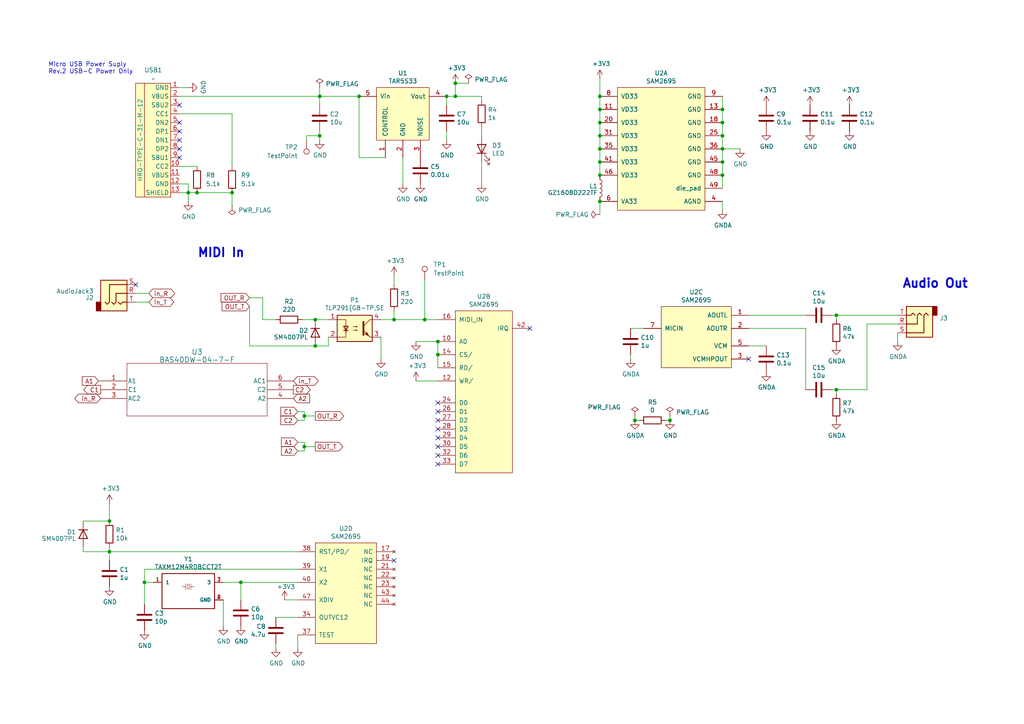
<source format=kicad_sch>
(kicad_sch (version 20231120) (generator "eeschema") (generator_version "8.0")
  (paper "A4")
  (title_block (title "MIDI-Guy") (date "2024-06-21") (rev "2.1") (company "Kinoshita Laboratory") (comment 1 "Kazuki Saita"))
  (lib_symbols
    (symbol "BAS70DW-04:BAS70DW-04-7-F" (pin_names (offset 0.254))
      (property "Reference" "U" (at 27.94 10.16 0))
      (property "Value" "BAS70DW-04-7-F" (at 27.94 7.62 0))
      (symbol "BAS70DW-04-7-F_0_1"
        (polyline (pts (xy 7.62 -10.16) (xy 48.26 -10.16)) (stroke (width 0.127)))
        (polyline (pts (xy 7.62 5.08) (xy 7.62 -10.16)) (stroke (width 0.127)))
        (polyline (pts (xy 48.26 -10.16) (xy 48.26 5.08)) (stroke (width 0.127)))
        (polyline (pts (xy 48.26 5.08) (xy 7.62 5.08)) (stroke (width 0.127)))
        (pin unspecified line (at 0 0 0) (length 7.62) (name "A1") (number "1"))
        (pin unspecified line (at 0 -2.54 0) (length 7.62) (name "C1") (number "2"))
        (pin unspecified line (at 0 -5.08 0) (length 7.62) (name "AC2") (number "3"))
        (pin unspecified line (at 55.88 -5.08 180) (length 7.62) (name "A2") (number "4"))
        (pin unspecified line (at 55.88 -2.54 180) (length 7.62) (name "C2") (number "5"))
        (pin unspecified line (at 55.88 0 180) (length 7.62) (name "AC1") (number "6"))
      )
    )
    (symbol "Connector:AudioJack3"
      (property "Reference" "J" (at 0 8.89 0))
      (property "Value" "AudioJack3" (at 0 6.35 0))
      (symbol "AudioJack3_0_1"
        (rectangle (start -5.08 -5.08) (end -6.35 -2.54) (stroke (width 0.254)) (fill (type outline)))
        (polyline (pts (xy 0 -2.54) (xy 0.635 -3.175) (xy 1.27 -2.54) (xy 2.54 -2.54)) (stroke (width 0.254)))
        (polyline (pts (xy -1.905 -2.54) (xy -1.27 -3.175) (xy -0.635 -2.54) (xy -0.635 0) (xy 2.54 0)) (stroke (width 0.254)))
        (polyline (pts (xy 2.54 2.54) (xy -2.54 2.54) (xy -2.54 -2.54) (xy -3.175 -3.175) (xy -3.81 -2.54)) (stroke (width 0.254)))
        (rectangle (start 2.54 3.81) (end -5.08 -5.08) (stroke (width 0.254)) (fill (type background)))
      )
      (symbol "AudioJack3_1_1"
        (pin passive line (at 5.08 0 180) (length 2.54) (name "~") (number "R"))
        (pin passive line (at 5.08 2.54 180) (length 2.54) (name "~") (number "S"))
        (pin passive line (at 5.08 -2.54 180) (length 2.54) (name "~") (number "T"))
      )
    )
    (symbol "Connector:TestPoint" (pin_numbers hide) (pin_names (offset 0.762) hide)
      (property "Reference" "TP" (at 0 6.858 0))
      (property "Value" "TestPoint" (at 0 5.08 0))
      (symbol "TestPoint_0_1"
        (circle (center 0 3.302) (radius 0.762))
      )
      (symbol "TestPoint_1_1"
        (pin passive line (at 0 0 90) (length 2.54) (name "1") (number "1"))
      )
    )
    (symbol "Connector_Audio:AudioJack3"
      (property "Reference" "J" (at 0 8.89 0))
      (property "Value" "AudioJack3" (at 0 6.35 0))
      (symbol "AudioJack3_0_1"
        (rectangle (start -5.08 -5.08) (end -6.35 -2.54) (stroke (width 0.254)) (fill (type outline)))
        (polyline (pts (xy 0 -2.54) (xy 0.635 -3.175) (xy 1.27 -2.54) (xy 2.54 -2.54)) (stroke (width 0.254)))
        (polyline (pts (xy -1.905 -2.54) (xy -1.27 -3.175) (xy -0.635 -2.54) (xy -0.635 0) (xy 2.54 0)) (stroke (width 0.254)))
        (polyline (pts (xy 2.54 2.54) (xy -2.54 2.54) (xy -2.54 -2.54) (xy -3.175 -3.175) (xy -3.81 -2.54)) (stroke (width 0.254)))
        (rectangle (start 2.54 3.81) (end -5.08 -5.08) (stroke (width 0.254)) (fill (type background)))
      )
      (symbol "AudioJack3_1_1"
        (pin passive line (at 5.08 0 180) (length 2.54) (name "~") (number "R"))
        (pin passive line (at 5.08 2.54 180) (length 2.54) (name "~") (number "S"))
        (pin passive line (at 5.08 -2.54 180) (length 2.54) (name "~") (number "T"))
      )
    )
    (symbol "Device:C" (pin_numbers hide) (pin_names (offset 0.254))
      (property "Reference" "C" (at 0.635 2.54 0))
      (property "Value" "C" (at 0.635 -2.54 0))
      (symbol "C_0_1"
        (polyline (pts (xy -2.032 -0.762) (xy 2.032 -0.762)) (stroke (width 0.508)))
        (polyline (pts (xy -2.032 0.762) (xy 2.032 0.762)) (stroke (width 0.508)))
      )
      (symbol "C_1_1"
        (pin passive line (at 0 3.81 270) (length 2.794) (name "~") (number "1"))
        (pin passive line (at 0 -3.81 90) (length 2.794) (name "~") (number "2"))
      )
    )
    (symbol "Device:D" (pin_numbers hide) (pin_names (offset 1.016) hide)
      (property "Reference" "D" (at 0 2.54 0))
      (property "Value" "D" (at 0 -2.54 0))
      (symbol "D_0_1"
        (polyline (pts (xy -1.27 1.27) (xy -1.27 -1.27)) (stroke (width 0.254)))
        (polyline (pts (xy 1.27 0) (xy -1.27 0)))
        (polyline (pts (xy 1.27 1.27) (xy 1.27 -1.27) (xy -1.27 0) (xy 1.27 1.27)) (stroke (width 0.254)))
      )
      (symbol "D_1_1"
        (pin passive line (at -3.81 0 0) (length 2.54) (name "K") (number "1"))
        (pin passive line (at 3.81 0 180) (length 2.54) (name "A") (number "2"))
      )
    )
    (symbol "Device:L" (pin_numbers hide) (pin_names (offset 1.016) hide)
      (property "Reference" "L" (at -1.27 0 90))
      (property "Value" "L" (at 1.905 0 90))
      (symbol "L_0_1"
        (arc (start 0 -2.54) (mid 0.6323 -1.905) (end 0 -1.27))
        (arc (start 0 -1.27) (mid 0.6323 -0.635) (end 0 0))
        (arc (start 0 0) (mid 0.6323 0.635) (end 0 1.27))
        (arc (start 0 1.27) (mid 0.6323 1.905) (end 0 2.54))
      )
      (symbol "L_1_1"
        (pin passive line (at 0 3.81 270) (length 1.27) (name "1") (number "1"))
        (pin passive line (at 0 -3.81 90) (length 1.27) (name "2") (number "2"))
      )
    )
    (symbol "Device:LED" (pin_numbers hide) (pin_names (offset 1.016) hide)
      (property "Reference" "D" (at 0 2.54 0))
      (property "Value" "LED" (at 0 -2.54 0))
      (symbol "LED_0_1"
        (polyline (pts (xy -1.27 -1.27) (xy -1.27 1.27)) (stroke (width 0.254)))
        (polyline (pts (xy -1.27 0) (xy 1.27 0)))
        (polyline (pts (xy 1.27 -1.27) (xy 1.27 1.27) (xy -1.27 0) (xy 1.27 -1.27)) (stroke (width 0.254)))
        (polyline (pts (xy -3.048 -0.762) (xy -4.572 -2.286) (xy -3.81 -2.286) (xy -4.572 -2.286) (xy -4.572 -1.524)))
        (polyline (pts (xy -1.778 -0.762) (xy -3.302 -2.286) (xy -2.54 -2.286) (xy -3.302 -2.286) (xy -3.302 -1.524)))
      )
      (symbol "LED_1_1"
        (pin passive line (at -3.81 0 0) (length 2.54) (name "K") (number "1"))
        (pin passive line (at 3.81 0 180) (length 2.54) (name "A") (number "2"))
      )
    )
    (symbol "Device:R" (pin_numbers hide) (pin_names (offset 0))
      (property "Reference" "R" (at 2.032 0 90))
      (property "Value" "R" (at 0 0 90))
      (symbol "R_0_1"
        (rectangle (start -1.016 -2.54) (end 1.016 2.54) (stroke (width 0.254)))
      )
      (symbol "R_1_1"
        (pin passive line (at 0 3.81 270) (length 1.27) (name "~") (number "1"))
        (pin passive line (at 0 -3.81 90) (length 1.27) (name "~") (number "2"))
      )
    )
    (symbol "Isolator:SFH617A-1" (pin_names (offset 1.016))
      (property "Reference" "U" (at -5.08 5.08 0))
      (property "Value" "SFH617A-1" (at 0 5.08 0))
      (symbol "SFH617A-1_0_1"
        (rectangle (start -5.08 3.81) (end 5.08 -3.81) (stroke (width 0.254)) (fill (type background)))
        (polyline (pts (xy -3.175 -0.635) (xy -1.905 -0.635)) (stroke (width 0.254)))
        (polyline (pts (xy 2.54 0.635) (xy 4.445 2.54)))
        (polyline (pts (xy 4.445 -2.54) (xy 2.54 -0.635)) (fill (type outline)))
        (polyline (pts (xy 4.445 -2.54) (xy 5.08 -2.54)))
        (polyline (pts (xy 4.445 2.54) (xy 5.08 2.54)))
        (polyline (pts (xy -2.54 -0.635) (xy -2.54 -2.54) (xy -5.08 -2.54)))
        (polyline (pts (xy 2.54 1.905) (xy 2.54 -1.905) (xy 2.54 -1.905)) (stroke (width 0.508)))
        (polyline (pts (xy -5.08 2.54) (xy -2.54 2.54) (xy -2.54 -1.27) (xy -2.54 0.635)))
        (polyline (pts (xy -2.54 -0.635) (xy -3.175 0.635) (xy -1.905 0.635) (xy -2.54 -0.635)) (stroke (width 0.254)))
        (polyline (pts (xy -0.508 -0.508) (xy 0.762 -0.508) (xy 0.381 -0.635) (xy 0.381 -0.381) (xy 0.762 -0.508)))
        (polyline (pts (xy -0.508 0.508) (xy 0.762 0.508) (xy 0.381 0.381) (xy 0.381 0.635) (xy 0.762 0.508)))
        (polyline (pts (xy 3.048 -1.651) (xy 3.556 -1.143) (xy 4.064 -2.159) (xy 3.048 -1.651) (xy 3.048 -1.651)) (fill (type outline)))
      )
      (symbol "SFH617A-1_1_1"
        (pin passive line (at -7.62 2.54 0) (length 2.54) (name "~") (number "1"))
        (pin passive line (at -7.62 -2.54 0) (length 2.54) (name "~") (number "2"))
        (pin passive line (at 7.62 -2.54 180) (length 2.54) (name "~") (number "3"))
        (pin passive line (at 7.62 2.54 180) (length 2.54) (name "~") (number "4"))
      )
    )
    (symbol "MIDI-Guy-rescue:ABM8G-12.000MHZ-4Y-T3-ABM8G-12.000MHZ-4Y-T3" (pin_names (offset 1.016))
      (property "Reference" "Y" (at -7.6454 5.6134 0))
      (property "Value" "ABM8G-12.000MHZ-4Y-T3-ABM8G-12.000MHZ-4Y-T3" (at -7.6454 -7.8994 0))
      (symbol "ABM8G-12.000MHZ-4Y-T3-ABM8G-12.000MHZ-4Y-T3_0_0"
        (polyline (pts (xy -7.62 -5.08) (xy 7.62 -5.08)) (stroke (width 0.254)))
        (polyline (pts (xy -7.62 5.08) (xy -7.62 -5.08)) (stroke (width 0.254)))
        (polyline (pts (xy -1.778 1.27) (xy -0.762 1.27)) (stroke (width 0.1016)))
        (polyline (pts (xy -0.762 1.27) (xy -0.762 0.381)) (stroke (width 0.1016)))
        (polyline (pts (xy -0.762 1.27) (xy -0.762 2.159)) (stroke (width 0.1016)))
        (polyline (pts (xy -0.254 0.635) (xy -0.254 1.905)) (stroke (width 0.1016)))
        (polyline (pts (xy -0.254 1.905) (xy 0.254 1.905)) (stroke (width 0.1016)))
        (polyline (pts (xy 0.254 0.635) (xy -0.254 0.635)) (stroke (width 0.1016)))
        (polyline (pts (xy 0.254 1.905) (xy 0.254 0.635)) (stroke (width 0.1016)))
        (polyline (pts (xy 0.762 1.27) (xy 0.762 0.381)) (stroke (width 0.1016)))
        (polyline (pts (xy 0.762 1.27) (xy 0.762 2.159)) (stroke (width 0.1016)))
        (polyline (pts (xy 1.778 1.27) (xy 0.762 1.27)) (stroke (width 0.1016)))
        (polyline (pts (xy 7.62 -5.08) (xy 7.62 5.08)) (stroke (width 0.254)))
        (polyline (pts (xy 7.62 5.08) (xy -7.62 5.08)) (stroke (width 0.254)))
        (pin passive line (at -10.16 2.54 0) (length 2.54) (name "1") (number "1"))
        (pin power_in line (at 10.16 -2.54 180) (length 2.54) (name "GND") (number "2"))
        (pin passive line (at 10.16 2.54 180) (length 2.54) (name "3") (number "3"))
        (pin power_in line (at 10.16 -2.54 180) (length 2.54) (name "GND") (number "4"))
      )
    )
    (symbol "MIDI-Guy-rescue:SAM2695-mylib" (pin_names (offset 1.016))
      (property "Reference" "U" (at -3.81 15.24 0))
      (property "Value" "SAM2695-mylib" (at 0 12.7 0))
      (symbol "SAM2695-mylib_1_1"
        (rectangle (start -12.7 8.89) (end 12.7 -26.67) (fill (type background)))
        (pin power_in line (at -17.78 2.54 0) (length 5.08) (name "VD33") (number "11"))
        (pin power_in line (at 17.78 2.54 180) (length 5.08) (name "GND") (number "13"))
        (pin power_in line (at 17.78 -1.27 180) (length 5.08) (name "GND") (number "18"))
        (pin power_in line (at -17.78 -1.27 0) (length 5.08) (name "VD33") (number "20"))
        (pin power_in line (at 17.78 -5.08 180) (length 5.08) (name "GND") (number "25"))
        (pin power_in line (at -17.78 -5.08 0) (length 5.08) (name "VD33") (number "31"))
        (pin power_in line (at -17.78 -8.89 0) (length 5.08) (name "VD33") (number "35"))
        (pin power_in line (at 17.78 -8.89 180) (length 5.08) (name "GND") (number "36"))
        (pin power_in line (at 17.78 -24.13 180) (length 5.08) (name "AGND") (number "4"))
        (pin power_in line (at -17.78 -12.7 0) (length 5.08) (name "VD33") (number "41"))
        (pin power_in line (at 17.78 -12.7 180) (length 5.08) (name "GND") (number "45"))
        (pin power_in line (at -17.78 -16.51 0) (length 5.08) (name "VD33") (number "46"))
        (pin power_in line (at 17.78 -16.51 180) (length 5.08) (name "GND") (number "48"))
        (pin input line (at 17.78 -20.32 180) (length 5.08) (name "die_pad") (number "49"))
        (pin power_in line (at -17.78 -24.13 0) (length 5.08) (name "VA33") (number "6"))
        (pin power_in line (at -17.78 6.35 0) (length 5.08) (name "VD33") (number "8"))
        (pin power_in line (at 17.78 6.35 180) (length 5.08) (name "GND") (number "9"))
      )
      (symbol "SAM2695-mylib_2_1"
        (rectangle (start -7.62 8.89) (end 8.89 -38.1) (fill (type background)))
        (pin input line (at -12.7 0 0) (length 5.08) (name "A0") (number "10"))
        (pin input line (at -12.7 -11.43 0) (length 5.08) (name "WR/") (number "12"))
        (pin input line (at -12.7 -3.81 0) (length 5.08) (name "CS/") (number "15"))
        (pin input line (at -12.7 -7.62 0) (length 5.08) (name "RD/") (number "15"))
        (pin input line (at -12.7 6.35 0) (length 5.08) (name "MIDI_IN") (number "16"))
        (pin bidirectional line (at -12.7 -17.78 0) (length 5.08) (name "D0") (number "24"))
        (pin bidirectional line (at -12.7 -20.32 0) (length 5.08) (name "D1") (number "26"))
        (pin bidirectional line (at -12.7 -22.86 0) (length 5.08) (name "D2") (number "27"))
        (pin bidirectional line (at -12.7 -25.4 0) (length 5.08) (name "D3") (number "28"))
        (pin bidirectional line (at -12.7 -27.94 0) (length 5.08) (name "D4") (number "29"))
        (pin bidirectional line (at -12.7 -30.48 0) (length 5.08) (name "D5") (number "30"))
        (pin bidirectional line (at -12.7 -33.02 0) (length 5.08) (name "D6") (number "32"))
        (pin bidirectional line (at -12.7 -35.56 0) (length 5.08) (name "D7") (number "33"))
        (pin output line (at 13.97 3.81 180) (length 5.08) (name "IRQ") (number "42"))
      )
      (symbol "SAM2695-mylib_3_1"
        (rectangle (start 10.16 8.89) (end -10.16 -8.89) (fill (type background)))
        (pin output line (at 15.24 6.35 180) (length 5.08) (name "AOUTL") (number "1"))
        (pin output line (at 15.24 2.54 180) (length 5.08) (name "AOUTR") (number "2"))
        (pin output line (at 15.24 -6.35 180) (length 5.08) (name "VCMHPOUT") (number "3"))
        (pin output line (at 15.24 -2.54 180) (length 5.08) (name "VCM") (number "5"))
        (pin input line (at -15.24 2.54 0) (length 5.08) (name "MICIN") (number "7"))
      )
      (symbol "SAM2695-mylib_4_1"
        (rectangle (start -8.89 8.89) (end 8.89 -20.32) (fill (type background)))
        (pin no_connect line (at 13.97 6.35 180) (length 5.08) (name "NC") (number "17"))
        (pin output line (at 13.97 3.81 180) (length 5.08) (name "IRQ") (number "19"))
        (pin no_connect line (at 13.97 1.27 180) (length 5.08) (name "NC") (number "21"))
        (pin no_connect line (at 13.97 -1.27 180) (length 5.08) (name "NC") (number "22"))
        (pin no_connect line (at 13.97 -3.81 180) (length 5.08) (name "NC") (number "23"))
        (pin power_out line (at -13.97 -12.7 0) (length 5.08) (name "OUTVC12") (number "34"))
        (pin input line (at -13.97 -17.78 0) (length 5.08) (name "TEST") (number "37"))
        (pin input line (at -13.97 6.35 0) (length 5.08) (name "RST/PD/") (number "38"))
        (pin unspecified line (at -13.97 1.27 0) (length 5.08) (name "X1") (number "39"))
        (pin unspecified line (at -13.97 -2.54 0) (length 5.08) (name "X2") (number "40"))
        (pin no_connect line (at 13.97 -6.35 180) (length 5.08) (name "NC") (number "43"))
        (pin no_connect line (at 13.97 -8.89 180) (length 5.08) (name "NC") (number "44"))
        (pin input line (at -13.97 -7.62 0) (length 5.08) (name "XDIV") (number "47"))
      )
    )
    (symbol "MIDI-Guy-rescue:TAR5S33-mylib" (pin_names (offset 1.016))
      (property "Reference" "U" (at 0 26.67 0))
      (property "Value" "TAR5S33-mylib" (at 0 24.13 0))
      (symbol "TAR5S33-mylib_0_1"
        (rectangle (start 7.62 6.35) (end -7.62 21.59) (fill (type background)))
      )
      (symbol "TAR5S33-mylib_1_1"
        (pin input line (at -5.08 1.27 90) (length 5.08) (name "CONTROL") (number "1"))
        (pin power_in line (at 0 1.27 90) (length 5.08) (name "GND") (number "2"))
        (pin input line (at 5.08 1.27 90) (length 5.08) (name "NOISE") (number "3"))
        (pin power_in line (at 12.7 19.05 180) (length 5.08) (name "Vout") (number "4"))
        (pin power_in line (at -12.7 19.05 0) (length 5.08) (name "Vin") (number "5"))
      )
    )
    (symbol "Revbox:HRO-TYPE-C-31-M12"
      (property "Reference" "USB1" (at -5.08 17.78 0))
      (property "Value" "~" (at -3.81 7.62 0))
      (symbol "HRO-TYPE-C-31-M12_1_0"
        (text "HRO-TYPE-C-31-M-12" (at -8.89 -1.27 900) (effects (font (size 1.27 1.27))))
      )
      (symbol "HRO-TYPE-C-31-M12_1_1"
        (rectangle (start -10.16 15.24) (end 0 -17.78) (fill (type background)))
        (polyline (pts (xy -7.62 15.24) (xy -7.62 -17.78)))
        (pin power_in line (at 2.54 13.97 180) (length 2.54) (name "GND") (number "1"))
        (pin power_in line (at 2.54 -8.89 180) (length 2.54) (name "CC2") (number "10"))
        (pin power_in line (at 2.54 -11.43 180) (length 2.54) (name "VBUS") (number "11"))
        (pin power_in line (at 2.54 -13.97 180) (length 2.54) (name "GND") (number "12"))
        (pin power_in line (at 2.54 -16.51 180) (length 2.54) (name "SHIELD") (number "13"))
        (pin power_in line (at 2.54 11.43 180) (length 2.54) (name "VBUS") (number "2"))
        (pin power_in line (at 2.54 8.89 180) (length 2.54) (name "SBU2") (number "3"))
        (pin power_in line (at 2.54 6.35 180) (length 2.54) (name "CC1") (number "4"))
        (pin power_in line (at 2.54 3.81 180) (length 2.54) (name "DN2") (number "5"))
        (pin power_in line (at 2.54 1.27 180) (length 2.54) (name "DP1") (number "6"))
        (pin power_in line (at 2.54 -1.27 180) (length 2.54) (name "DN1") (number "7"))
        (pin power_in line (at 2.54 -3.81 180) (length 2.54) (name "DP2") (number "8"))
        (pin power_in line (at 2.54 -6.35 180) (length 2.54) (name "SBU1") (number "9"))
      )
    )
    (symbol "mylib:SAM2695" (pin_names (offset 1.016))
      (property "Reference" "U" (at -3.81 15.24 0))
      (property "Value" "SAM2695" (at 0 12.7 0))
      (symbol "SAM2695_1_1"
        (rectangle (start -12.7 8.89) (end 12.7 -26.67) (fill (type background)))
        (pin power_in line (at -17.78 2.54 0) (length 5.08) (name "VD33") (number "11"))
        (pin power_in line (at 17.78 2.54 180) (length 5.08) (name "GND") (number "13"))
        (pin power_in line (at 17.78 -1.27 180) (length 5.08) (name "GND") (number "18"))
        (pin power_in line (at -17.78 -1.27 0) (length 5.08) (name "VD33") (number "20"))
        (pin power_in line (at 17.78 -5.08 180) (length 5.08) (name "GND") (number "25"))
        (pin power_in line (at -17.78 -5.08 0) (length 5.08) (name "VD33") (number "31"))
        (pin power_in line (at -17.78 -8.89 0) (length 5.08) (name "VD33") (number "35"))
        (pin power_in line (at 17.78 -8.89 180) (length 5.08) (name "GND") (number "36"))
        (pin power_in line (at 17.78 -24.13 180) (length 5.08) (name "AGND") (number "4"))
        (pin power_in line (at -17.78 -12.7 0) (length 5.08) (name "VD33") (number "41"))
        (pin power_in line (at 17.78 -12.7 180) (length 5.08) (name "GND") (number "45"))
        (pin power_in line (at -17.78 -16.51 0) (length 5.08) (name "VD33") (number "46"))
        (pin power_in line (at 17.78 -16.51 180) (length 5.08) (name "GND") (number "48"))
        (pin input line (at 17.78 -20.32 180) (length 5.08) (name "die_pad") (number "49"))
        (pin power_in line (at -17.78 -24.13 0) (length 5.08) (name "VA33") (number "6"))
        (pin power_in line (at -17.78 6.35 0) (length 5.08) (name "VD33") (number "8"))
        (pin power_in line (at 17.78 6.35 180) (length 5.08) (name "GND") (number "9"))
      )
      (symbol "SAM2695_2_1"
        (rectangle (start -7.62 8.89) (end 8.89 -38.1) (fill (type background)))
        (pin input line (at -12.7 0 0) (length 5.08) (name "A0") (number "10"))
        (pin input line (at -12.7 -11.43 0) (length 5.08) (name "WR/") (number "12"))
        (pin input line (at -12.7 -3.81 0) (length 5.08) (name "CS/") (number "14"))
        (pin input line (at -12.7 -7.62 0) (length 5.08) (name "RD/") (number "15"))
        (pin input line (at -12.7 6.35 0) (length 5.08) (name "MIDI_IN") (number "16"))
        (pin bidirectional line (at -12.7 -17.78 0) (length 5.08) (name "D0") (number "24"))
        (pin bidirectional line (at -12.7 -20.32 0) (length 5.08) (name "D1") (number "26"))
        (pin bidirectional line (at -12.7 -22.86 0) (length 5.08) (name "D2") (number "27"))
        (pin bidirectional line (at -12.7 -25.4 0) (length 5.08) (name "D3") (number "28"))
        (pin bidirectional line (at -12.7 -27.94 0) (length 5.08) (name "D4") (number "29"))
        (pin bidirectional line (at -12.7 -30.48 0) (length 5.08) (name "D5") (number "30"))
        (pin bidirectional line (at -12.7 -33.02 0) (length 5.08) (name "D6") (number "32"))
        (pin bidirectional line (at -12.7 -35.56 0) (length 5.08) (name "D7") (number "33"))
        (pin output line (at 13.97 3.81 180) (length 5.08) (name "IRQ") (number "42"))
      )
      (symbol "SAM2695_3_1"
        (rectangle (start 10.16 8.89) (end -10.16 -8.89) (fill (type background)))
        (pin output line (at 15.24 6.35 180) (length 5.08) (name "AOUTL") (number "1"))
        (pin output line (at 15.24 2.54 180) (length 5.08) (name "AOUTR") (number "2"))
        (pin output line (at 15.24 -6.35 180) (length 5.08) (name "VCMHPOUT") (number "3"))
        (pin output line (at 15.24 -2.54 180) (length 5.08) (name "VCM") (number "5"))
        (pin input line (at -15.24 2.54 0) (length 5.08) (name "MICIN") (number "7"))
      )
      (symbol "SAM2695_4_1"
        (rectangle (start -8.89 8.89) (end 8.89 -20.32) (fill (type background)))
        (pin no_connect line (at 13.97 6.35 180) (length 5.08) (name "NC") (number "17"))
        (pin output line (at 13.97 3.81 180) (length 5.08) (name "IRQ") (number "19"))
        (pin no_connect line (at 13.97 1.27 180) (length 5.08) (name "NC") (number "21"))
        (pin no_connect line (at 13.97 -1.27 180) (length 5.08) (name "NC") (number "22"))
        (pin no_connect line (at 13.97 -3.81 180) (length 5.08) (name "NC") (number "23"))
        (pin power_out line (at -13.97 -12.7 0) (length 5.08) (name "OUTVC12") (number "34"))
        (pin input line (at -13.97 -17.78 0) (length 5.08) (name "TEST") (number "37"))
        (pin input line (at -13.97 6.35 0) (length 5.08) (name "RST/PD/") (number "38"))
        (pin unspecified line (at -13.97 1.27 0) (length 5.08) (name "X1") (number "39"))
        (pin unspecified line (at -13.97 -2.54 0) (length 5.08) (name "X2") (number "40"))
        (pin no_connect line (at 13.97 -6.35 180) (length 5.08) (name "NC") (number "43"))
        (pin no_connect line (at 13.97 -8.89 180) (length 5.08) (name "NC") (number "44"))
        (pin input line (at -13.97 -7.62 0) (length 5.08) (name "XDIV") (number "47"))
      )
    )
    (symbol "power:+3.3V" (power) (pin_names (offset 0))
      (property "Value" "+3.3V" (at 0 3.556 0))
      (symbol "+3.3V_0_1"
        (polyline (pts (xy -0.762 1.27) (xy 0 2.54)))
        (polyline (pts (xy 0 0) (xy 0 2.54)))
        (polyline (pts (xy 0 2.54) (xy 0.762 1.27)))
      )
      (symbol "+3.3V_1_1"
        (pin power_in line (at 0 0 90) (length 0) hide (name "+3V3") (number "1"))
      )
    )
    (symbol "power:GND" (power) (pin_names (offset 0))
      (property "Value" "GND" (at 0 -3.81 0))
      (symbol "GND_0_1"
        (polyline (pts (xy 0 0) (xy 0 -1.27) (xy 1.27 -1.27) (xy 0 -2.54) (xy -1.27 -1.27) (xy 0 -1.27)))
      )
      (symbol "GND_1_1"
        (pin power_in line (at 0 0 270) (length 0) hide (name "GND") (number "1"))
      )
    )
    (symbol "power:GNDA" (power) (pin_names (offset 0))
      (property "Value" "GNDA" (at 0 -3.81 0))
      (symbol "GNDA_0_1"
        (polyline (pts (xy 0 0) (xy 0 -1.27) (xy 1.27 -1.27) (xy 0 -2.54) (xy -1.27 -1.27) (xy 0 -1.27)))
      )
      (symbol "GNDA_1_1"
        (pin power_in line (at 0 0 270) (length 0) hide (name "GNDA") (number "1"))
      )
    )
    (symbol "power:PWR_FLAG" (power) (pin_numbers hide) (pin_names (offset 0) hide)
      (property "Value" "PWR_FLAG" (at 0 3.81 0))
      (symbol "PWR_FLAG_0_0"
        (pin power_out line (at 0 0 90) (length 0) (name "pwr") (number "1"))
      )
      (symbol "PWR_FLAG_0_1"
        (polyline (pts (xy 0 0) (xy 0 1.27) (xy -1.016 1.905) (xy 0 2.54) (xy 1.016 1.905) (xy 0 1.27)))
      )
    )
  )
  (junction (at 114.3 92.71))
  (junction (at 123.19 92.71))
  (junction (at 242.57 91.44))
  (junction (at 69.85 168.91))
  (junction (at 67.31 55.88))
  (junction (at 104.14 27.94))
  (junction (at 31.75 151.13))
  (junction (at 173.99 58.42))
  (junction (at 184.15 121.92))
  (junction (at 92.71 27.94))
  (junction (at 173.99 35.56))
  (junction (at 31.75 160.02))
  (junction (at 57.15 55.88))
  (junction (at 92.71 39.37))
  (junction (at 91.44 100.33))
  (junction (at 173.99 46.99))
  (junction (at 173.99 31.75))
  (junction (at 209.55 46.99))
  (junction (at 41.91 168.91))
  (junction (at 173.99 50.8))
  (junction (at 173.99 39.37))
  (junction (at 209.55 39.37))
  (junction (at 88.265 129.54))
  (junction (at 127 99.06))
  (junction (at 173.99 43.18))
  (junction (at 127 102.87))
  (junction (at 209.55 35.56))
  (junction (at 129.54 27.94))
  (junction (at 194.31 121.92))
  (junction (at 242.57 113.03))
  (junction (at 132.08 24.13))
  (junction (at 173.99 27.94))
  (junction (at 88.265 120.65))
  (junction (at 209.55 50.8))
  (junction (at 209.55 43.18))
  (junction (at 54.61 55.88))
  (junction (at 209.55 31.75))
  (junction (at 132.08 27.94))
  (junction (at 91.44 92.71))
  (no_connect (at 52.07 35.56))
  (no_connect (at 127 132.08))
  (no_connect (at 39.37 82.55))
  (no_connect (at 52.07 43.18))
  (no_connect (at 52.07 30.48))
  (no_connect (at 114.3 162.56))
  (no_connect (at 127 116.84))
  (no_connect (at 127 129.54))
  (no_connect (at 153.67 95.25))
  (no_connect (at 127 124.46))
  (no_connect (at 52.07 45.72))
  (no_connect (at 52.07 38.1))
  (no_connect (at 127 127))
  (no_connect (at 127 121.92))
  (no_connect (at 52.07 40.64))
  (no_connect (at 217.17 104.14))
  (no_connect (at 127 119.38))
  (no_connect (at 127 134.62))
  (wire (pts (xy 88.265 120.65) (xy 91.44 120.65)))
  (wire (pts (xy 132.08 24.13) (xy 132.08 27.94)))
  (wire (pts (xy 129.54 38.1) (xy 129.54 40.64)))
  (wire (pts (xy 193.04 121.92) (xy 194.31 121.92)))
  (wire (pts (xy 54.61 53.34) (xy 54.61 55.88)))
  (wire (pts (xy 28.575 110.49) (xy 29.21 110.49)))
  (wire (pts (xy 132.08 27.94) (xy 129.54 27.94)))
  (wire (pts (xy 76.2 86.36) (xy 76.2 92.71)))
  (wire (pts (xy 92.71 25.4) (xy 92.71 27.94)))
  (wire (pts (xy 209.55 46.99) (xy 209.55 50.8)))
  (wire (pts (xy 123.19 92.71) (xy 127 92.71)))
  (wire (pts (xy 114.3 80.01) (xy 114.3 82.55)))
  (wire (pts (xy 44.45 168.91) (xy 41.91 168.91)))
  (wire (pts (xy 86.36 119.38) (xy 88.265 119.38)))
  (wire (pts (xy 173.99 46.99) (xy 173.99 50.8)))
  (wire (pts (xy 41.91 165.1) (xy 86.36 165.1)))
  (wire (pts (xy 241.3 91.44) (xy 242.57 91.44)))
  (wire (pts (xy 67.31 55.88) (xy 67.31 59.69)))
  (wire (pts (xy 139.7 29.21) (xy 139.7 27.94)))
  (wire (pts (xy 123.19 81.28) (xy 123.19 92.71)))
  (wire (pts (xy 72.39 100.33) (xy 91.44 100.33)))
  (wire (pts (xy 135.89 24.13) (xy 132.08 24.13)))
  (wire (pts (xy 173.99 39.37) (xy 173.99 43.18)))
  (wire (pts (xy 185.42 121.92) (xy 184.15 121.92)))
  (wire (pts (xy 127 102.87) (xy 127 99.06)))
  (wire (pts (xy 186.69 95.25) (xy 182.88 95.25)))
  (wire (pts (xy 209.55 35.56) (xy 209.55 39.37)))
  (wire (pts (xy 67.31 33.02) (xy 67.31 48.26)))
  (wire (pts (xy 233.68 95.25) (xy 233.68 113.03)))
  (wire (pts (xy 92.71 39.37) (xy 92.71 40.64)))
  (wire (pts (xy 86.36 121.92) (xy 88.265 121.92)))
  (wire (pts (xy 241.3 113.03) (xy 242.57 113.03)))
  (wire (pts (xy 182.88 102.87) (xy 182.88 104.14)))
  (wire (pts (xy 24.13 160.02) (xy 24.13 158.75)))
  (wire (pts (xy 91.44 100.33) (xy 95.25 100.33)))
  (wire (pts (xy 31.75 160.02) (xy 31.75 162.56)))
  (wire (pts (xy 111.76 45.72) (xy 104.14 45.72)))
  (wire (pts (xy 217.17 95.25) (xy 233.68 95.25)))
  (wire (pts (xy 116.84 45.72) (xy 116.84 53.34)))
  (wire (pts (xy 260.35 91.44) (xy 242.57 91.44)))
  (wire (pts (xy 233.68 91.44) (xy 217.17 91.44)))
  (wire (pts (xy 127 106.68) (xy 127 102.87)))
  (wire (pts (xy 64.77 168.91) (xy 69.85 168.91)))
  (wire (pts (xy 52.07 53.34) (xy 54.61 53.34)))
  (wire (pts (xy 242.57 113.03) (xy 251.46 113.03)))
  (wire (pts (xy 86.36 179.07) (xy 80.01 179.07)))
  (wire (pts (xy 209.55 58.42) (xy 209.55 60.96)))
  (wire (pts (xy 31.75 146.05) (xy 31.75 151.13)))
  (wire (pts (xy 129.54 27.94) (xy 129.54 30.48)))
  (wire (pts (xy 31.75 158.75) (xy 31.75 160.02)))
  (wire (pts (xy 69.85 168.91) (xy 69.85 173.99)))
  (wire (pts (xy 95.25 97.79) (xy 95.25 100.33)))
  (wire (pts (xy 88.265 129.54) (xy 91.44 129.54)))
  (wire (pts (xy 86.36 173.99) (xy 82.55 173.99)))
  (wire (pts (xy 127 110.49) (xy 120.65 110.49)))
  (wire (pts (xy 91.44 92.71) (xy 95.25 92.71)))
  (wire (pts (xy 209.55 50.8) (xy 209.55 54.61)))
  (wire (pts (xy 80.01 92.71) (xy 76.2 92.71)))
  (wire (pts (xy 41.91 168.91) (xy 41.91 175.26)))
  (wire (pts (xy 114.3 90.17) (xy 114.3 92.71)))
  (wire (pts (xy 173.99 31.75) (xy 173.99 35.56)))
  (wire (pts (xy 92.71 27.94) (xy 104.14 27.94)))
  (wire (pts (xy 31.75 160.02) (xy 86.36 160.02)))
  (wire (pts (xy 52.07 25.4) (xy 54.61 25.4)))
  (wire (pts (xy 173.99 35.56) (xy 173.99 39.37)))
  (wire (pts (xy 64.77 173.99) (xy 64.77 181.61)))
  (wire (pts (xy 41.91 165.1) (xy 41.91 168.91)))
  (wire (pts (xy 52.07 48.26) (xy 57.15 48.26)))
  (wire (pts (xy 242.57 92.71) (xy 242.57 91.44)))
  (wire (pts (xy 52.07 33.02) (xy 67.31 33.02)))
  (wire (pts (xy 139.7 27.94) (xy 132.08 27.94)))
  (wire (pts (xy 209.55 39.37) (xy 209.55 43.18)))
  (wire (pts (xy 209.55 31.75) (xy 209.55 35.56)))
  (wire (pts (xy 88.9 40.64) (xy 88.9 39.37)))
  (wire (pts (xy 69.85 168.91) (xy 86.36 168.91)))
  (wire (pts (xy 80.01 187.96) (xy 80.01 186.69)))
  (wire (pts (xy 114.3 92.71) (xy 110.49 92.71)))
  (wire (pts (xy 173.99 27.94) (xy 173.99 31.75)))
  (wire (pts (xy 173.99 62.23) (xy 173.99 58.42)))
  (wire (pts (xy 52.07 27.94) (xy 92.71 27.94)))
  (wire (pts (xy 57.15 55.88) (xy 67.31 55.88)))
  (wire (pts (xy 251.46 113.03) (xy 251.46 93.98)))
  (wire (pts (xy 92.71 27.94) (xy 92.71 30.48)))
  (wire (pts (xy 173.99 22.86) (xy 173.99 27.94)))
  (wire (pts (xy 242.57 114.3) (xy 242.57 113.03)))
  (wire (pts (xy 173.99 43.18) (xy 173.99 46.99)))
  (wire (pts (xy 260.35 96.52) (xy 260.35 99.06)))
  (wire (pts (xy 39.37 87.63) (xy 43.18 87.63)))
  (wire (pts (xy 52.07 55.88) (xy 54.61 55.88)))
  (wire (pts (xy 139.7 46.99) (xy 139.7 53.34)))
  (wire (pts (xy 251.46 93.98) (xy 260.35 93.98)))
  (wire (pts (xy 194.31 120.65) (xy 194.31 121.92)))
  (wire (pts (xy 209.55 27.94) (xy 209.55 31.75)))
  (wire (pts (xy 39.37 85.09) (xy 43.18 85.09)))
  (wire (pts (xy 31.75 151.13) (xy 24.13 151.13)))
  (wire (pts (xy 88.265 128.27) (xy 88.265 129.54)))
  (wire (pts (xy 209.55 43.18) (xy 209.55 46.99)))
  (wire (pts (xy 127 99.06) (xy 120.65 99.06)))
  (wire (pts (xy 214.63 43.18) (xy 209.55 43.18)))
  (wire (pts (xy 92.71 38.1) (xy 92.71 39.37)))
  (wire (pts (xy 88.265 121.92) (xy 88.265 120.65)))
  (wire (pts (xy 72.39 88.9) (xy 72.39 100.33)))
  (wire (pts (xy 86.36 128.27) (xy 88.265 128.27)))
  (wire (pts (xy 31.75 160.02) (xy 24.13 160.02)))
  (wire (pts (xy 184.15 120.65) (xy 184.15 121.92)))
  (wire (pts (xy 72.39 86.36) (xy 76.2 86.36)))
  (wire (pts (xy 110.49 97.79) (xy 110.49 104.14)))
  (wire (pts (xy 54.61 55.88) (xy 54.61 58.42)))
  (wire (pts (xy 139.7 36.83) (xy 139.7 39.37)))
  (wire (pts (xy 88.9 39.37) (xy 92.71 39.37)))
  (wire (pts (xy 222.25 100.33) (xy 217.17 100.33)))
  (wire (pts (xy 86.36 130.81) (xy 88.265 130.81)))
  (wire (pts (xy 88.265 119.38) (xy 88.265 120.65)))
  (wire (pts (xy 104.14 45.72) (xy 104.14 27.94)))
  (wire (pts (xy 87.63 92.71) (xy 91.44 92.71)))
  (wire (pts (xy 88.265 130.81) (xy 88.265 129.54)))
  (wire (pts (xy 114.3 92.71) (xy 123.19 92.71)))
  (wire (pts (xy 86.36 184.15) (xy 86.36 187.96)))
  (wire (pts (xy 54.61 55.88) (xy 57.15 55.88)))
  (text "MIDI In" (at 57.15 74.93 0) (effects (font (size 2.54 2.54) (thickness 0.508) (bold yes)) (justify left bottom)))
  (text "Micro USB Power Suply\nRev.2 USB-C Power Only" (at 13.97 21.59 0) (effects (font (size 1.27 1.27)) (justify left bottom)))
  (text "Audio Out" (at 261.62 83.82 0) (effects (font (size 2.54 2.54) (thickness 0.508) (bold yes)) (justify left bottom)))
  (global_label "A2" (shape input) (at 86.36 130.81 180) (property "Intersheetrefs" "${INTERSHEET_REFS}" (effects (hide yes))))
  (global_label "A1" (shape input) (at 86.36 128.27 180) (property "Intersheetrefs" "${INTERSHEET_REFS}" (effects (hide yes))))
  (global_label "OUT_T" (shape output) (at 91.44 129.54 0) (property "Intersheetrefs" "${INTERSHEET_REFS}" (effects (hide yes))))
  (global_label "C2" (shape input) (at 86.36 121.92 180) (property "Intersheetrefs" "${INTERSHEET_REFS}" (effects (hide yes))))
  (global_label "OUT_R" (shape input) (at 72.39 86.36 180) (property "Intersheetrefs" "${INTERSHEET_REFS}" (effects (hide yes))))
  (global_label "C1" (shape input) (at 86.36 119.38 180) (property "Intersheetrefs" "${INTERSHEET_REFS}" (effects (hide yes))))
  (global_label "C1" (shape output) (at 29.21 113.03 180) (property "Intersheetrefs" "${INTERSHEET_REFS}" (effects (hide yes))))
  (global_label "OUT_R" (shape output) (at 91.44 120.65 0) (property "Intersheetrefs" "${INTERSHEET_REFS}" (effects (hide yes))))
  (global_label "in_R" (shape bidirectional) (at 29.21 115.57 180) (property "Intersheetrefs" "${INTERSHEET_REFS}" (effects (hide yes))))
  (global_label "OUT_T" (shape input) (at 72.39 88.9 180) (property "Intersheetrefs" "${INTERSHEET_REFS}" (effects (hide yes))))
  (global_label "in_T" (shape bidirectional) (at 43.18 87.63 0) (property "Intersheetrefs" "${INTERSHEET_REFS}" (effects (hide yes))))
  (global_label "C2" (shape output) (at 85.09 113.03 0) (property "Intersheetrefs" "${INTERSHEET_REFS}" (effects (hide yes))))
  (global_label "in_T" (shape bidirectional) (at 85.09 110.49 0) (property "Intersheetrefs" "${INTERSHEET_REFS}" (effects (hide yes))))
  (global_label "A2" (shape input) (at 85.09 115.57 0) (property "Intersheetrefs" "${INTERSHEET_REFS}" (effects (hide yes))))
  (global_label "A1" (shape input) (at 28.575 110.49 180) (property "Intersheetrefs" "${INTERSHEET_REFS}" (effects (hide yes))))
  (global_label "in_R" (shape bidirectional) (at 43.18 85.09 0) (property "Intersheetrefs" "${INTERSHEET_REFS}" (effects (hide yes))))
  (symbol (lib_id "Device:C") (at 92.71 34.29 0) (unit 1)
    (property "Reference" "C2" (at 95.631 33.1216 0) (effects (justify left)))
    (property "Value" "10u" (at 95.631 35.433 0) (effects (justify left)))
    (property "Footprint" "Capacitors_SMD:C_0603_HandSoldering" (effects (hide yes)))
    (property "LCSC" "C19702" (effects (hide yes)))
  )
  (symbol (lib_id "power:GND") (at 92.71 40.64 0) (unit 1)
    (property "Reference" "#PWR04" (effects (hide yes)))
    (property "Value" "GND" (at 92.837 45.0342 0))
  )
  (symbol (lib_id "MIDI-Guy-rescue:TAR5S33-mylib") (at 116.84 46.99 0) (unit 1)
    (property "Reference" "U1" (at 116.84 21.209 0))
    (property "Value" "TAR5S33" (at 116.84 23.5204 0))
    (property "Footprint" "mylib:TAR5S33_Akizuki_Toshiba_SSOP5" (effects (hide yes)))
    (property "LCSC" "C2762700" (effects (hide yes)))
  )
  (symbol (lib_id "power:GND") (at 116.84 53.34 0) (unit 1)
    (property "Reference" "#PWR07" (effects (hide yes)))
    (property "Value" "GND" (at 116.967 57.7342 0))
  )
  (symbol (lib_id "Device:C") (at 121.92 49.53 0) (unit 1)
    (property "Reference" "C5" (at 124.841 48.3616 0) (effects (justify left)))
    (property "Value" "0.01u" (at 124.841 50.673 0) (effects (justify left)))
    (property "Footprint" "Capacitors_SMD:C_0603_HandSoldering" (effects (hide yes)))
    (property "LCSC" "C57112" (effects (hide yes)))
  )
  (symbol (lib_id "power:GND") (at 121.92 53.34 0) (unit 1)
    (property "Reference" "#PWR09" (effects (hide yes)))
    (property "Value" "GND" (at 122.047 57.7342 0))
  )
  (symbol (lib_id "power:PWR_FLAG") (at 92.71 25.4 0) (unit 1)
    (property "Reference" "#FLG01" (effects (hide yes)))
    (property "Value" "PWR_FLAG" (at 94.4372 24.3332 0) (effects (justify left)))
  )
  (symbol (lib_id "power:PWR_FLAG") (at 194.31 120.65 0) (unit 1)
    (property "Reference" "#FLG05" (effects (hide yes)))
    (property "Value" "PWR_FLAG" (at 196.0372 119.5832 0) (effects (justify left)))
  )
  (symbol (lib_id "power:+3.3V") (at 132.08 24.13 0) (unit 1)
    (property "Reference" "#PWR014" (effects (hide yes)))
    (property "Value" "+3V3" (at 132.461 19.7358 0))
  )
  (symbol (lib_id "Device:C") (at 129.54 34.29 0) (unit 1)
    (property "Reference" "C7" (at 132.461 33.1216 0) (effects (justify left)))
    (property "Value" "10u" (at 132.461 35.433 0) (effects (justify left)))
    (property "Footprint" "Capacitors_SMD:C_0603_HandSoldering" (effects (hide yes)))
    (property "LCSC" "C19702" (effects (hide yes)))
  )
  (symbol (lib_id "power:GND") (at 129.54 40.64 0) (unit 1)
    (property "Reference" "#PWR013" (effects (hide yes)))
    (property "Value" "GND" (at 129.667 45.0342 0))
  )
  (symbol (lib_id "MIDI-Guy-rescue:ABM8G-12.000MHZ-4Y-T3-ABM8G-12.000MHZ-4Y-T3") (at 54.61 171.45 0) (unit 1)
    (property "Reference" "Y1" (at 54.61 162.1282 0))
    (property "Value" "TAXM12M4RDBCCT2T" (at 54.61 164.4396 0))
    (property "Footprint" "snapeda:OSCSC320X250X100N" (effects (hide yes)))
    (property "フィールド4" "SMD-4 Abracon" (effects (hide yes)))
    (property "フィールド5" "535-10901-1-ND" (effects (hide yes)))
    (property "フィールド6" "Crystal 12MHz Â±30ppm _Tol_ Â±30ppm _Stability_ 10pF FUND 120Ohm 4-Pin Mini-CSMD T/R" (effects (hide yes)))
    (property "フィールド7" "ABM8G-12.000MHZ-4Y-T3" (effects (hide yes)))
    (property "フィールド8" "https://www.digikey.com/product-detail/en/abracon-llc/ABM8G-12.000MHZ-4Y-T3/535-10901-1-ND/2624234?utm_source=snapeda&utm_medium=aggregator&utm_campaign=symbol" (effects (hide yes)))
    (property "LCSC" "C164041" (effects (hide yes)))
  )
  (symbol (lib_id "power:PWR_FLAG") (at 135.89 24.13 0) (unit 1)
    (property "Reference" "#FLG02" (effects (hide yes)))
    (property "Value" "PWR_FLAG" (at 137.6172 23.0632 0) (effects (justify left)))
  )
  (symbol (lib_id "Device:R") (at 139.7 33.02 0) (unit 1)
    (property "Reference" "R4" (at 141.478 31.8516 0) (effects (justify left)))
    (property "Value" "1k" (at 141.478 34.163 0) (effects (justify left)))
    (property "Footprint" "Resistors_SMD:R_0603_HandSoldering" (effects (hide yes)))
    (property "LCSC" "C21190" (effects (hide yes)))
  )
  (symbol (lib_id "Device:LED") (at 139.7 43.18 90) (unit 1)
    (property "Reference" "D3" (at 142.6972 42.1894 90) (effects (justify right)))
    (property "Value" "LED" (at 142.6972 44.5008 90) (effects (justify right)))
    (property "Footprint" "LED_SMD:LED_0603_1608Metric_Pad1.05x0.95mm_HandSolder" (effects (hide yes)))
    (property "LSCS" "C2760779" (effects (hide yes)))
  )
  (symbol (lib_id "power:GND") (at 139.7 53.34 0) (unit 1)
    (property "Reference" "#PWR020" (effects (hide yes)))
    (property "Value" "GND" (at 139.827 57.7342 0))
  )
  (symbol (lib_id "mylib:SAM2695") (at 191.77 34.29 0) (unit 1)
    (property "Reference" "U2" (at 191.77 21.209 0))
    (property "Value" "SAM2695" (at 191.77 23.5204 0))
    (property "Footprint" "my_footprint:SAM2695_QFN-48-6x6mm_Pitch0.4mm" (effects (hide yes)))
    (property "LCSC" "C2894839" (effects (hide yes)))
  )
  (symbol (lib_id "mylib:SAM2695") (at 139.7 99.06 0) (unit 2)
    (property "Reference" "U2" (at 140.335 85.979 0))
    (property "Value" "SAM2695" (at 140.335 88.2904 0))
    (property "Footprint" "my_footprint:SAM2695_QFN-48-6x6mm_Pitch0.4mm" (effects (hide yes)))
    (property "LCSC" "C2894839" (effects (hide yes)))
  )
  (symbol (lib_id "mylib:SAM2695") (at 100.33 166.37 0) (unit 4)
    (property "Reference" "U2" (at 100.33 153.289 0))
    (property "Value" "SAM2695" (at 100.33 155.6004 0))
    (property "Footprint" "my_footprint:SAM2695_QFN-48-6x6mm_Pitch0.4mm" (effects (hide yes)))
    (property "LCSC" "C2894839" (effects (hide yes)))
  )
  (symbol (lib_id "MIDI-Guy-rescue:SAM2695-mylib") (at 201.93 97.79 0) (unit 3)
    (property "Reference" "U2" (at 201.93 84.709 0))
    (property "Value" "SAM2695" (at 201.93 87.0204 0))
    (property "Footprint" "my_footprint:SAM2695_QFN-48-6x6mm_Pitch0.4mm" (effects (hide yes)))
    (property "LCSC" "C2894839" (effects (hide yes)))
  )
  (symbol (lib_id "power:GND") (at 64.77 181.61 0) (unit 1)
    (property "Reference" "#PWR08" (effects (hide yes)))
    (property "Value" "GND" (at 64.897 186.0042 0))
  )
  (symbol (lib_id "Device:L") (at 173.99 54.61 0) (unit 1)
    (property "Reference" "L1" (at 173.355 53.9663 0) (effects (justify right)))
    (property "Value" "GZ1608D222TF" (at 173.355 55.8873 0) (effects (justify right)))
    (property "Footprint" "Inductors_SMD:L_0603_HandSoldering" (effects (hide yes)))
    (property "LCSC" "C96697" (effects (hide yes)))
  )
  (symbol (lib_id "Device:C") (at 222.25 34.29 0) (unit 1)
    (property "Reference" "C9" (at 225.171 33.1216 0) (effects (justify left)))
    (property "Value" "0.1u" (at 225.171 35.433 0) (effects (justify left)))
    (property "Footprint" "Capacitors_SMD:C_0603_HandSoldering" (effects (hide yes)))
    (property "LCSC" "C14663" (effects (hide yes)))
  )
  (symbol (lib_id "power:GND") (at 222.25 38.1 0) (unit 1)
    (property "Reference" "#PWR025" (effects (hide yes)))
    (property "Value" "GND" (at 222.377 42.4942 0))
  )
  (symbol (lib_id "power:+3.3V") (at 222.25 30.48 0) (unit 1)
    (property "Reference" "#PWR024" (effects (hide yes)))
    (property "Value" "+3V3" (at 222.631 26.0858 0))
  )
  (symbol (lib_id "Device:C") (at 234.95 34.29 0) (unit 1)
    (property "Reference" "C11" (at 237.871 33.1216 0) (effects (justify left)))
    (property "Value" "0.1u" (at 237.871 35.433 0) (effects (justify left)))
    (property "Footprint" "Capacitors_SMD:C_0603_HandSoldering" (effects (hide yes)))
    (property "LCSC" "C14663" (effects (hide yes)))
  )
  (symbol (lib_id "power:GND") (at 234.95 38.1 0) (unit 1)
    (property "Reference" "#PWR029" (effects (hide yes)))
    (property "Value" "GND" (at 235.077 42.4942 0))
  )
  (symbol (lib_id "power:+3.3V") (at 234.95 30.48 0) (unit 1)
    (property "Reference" "#PWR028" (effects (hide yes)))
    (property "Value" "+3V3" (at 235.331 26.0858 0))
  )
  (symbol (lib_id "Device:C") (at 246.38 34.29 0) (unit 1)
    (property "Reference" "C12" (at 249.301 33.1216 0) (effects (justify left)))
    (property "Value" "0.1u" (at 249.301 35.433 0) (effects (justify left)))
    (property "Footprint" "Capacitors_SMD:C_0603_HandSoldering" (effects (hide yes)))
    (property "LCSC" "C14663" (effects (hide yes)))
  )
  (symbol (lib_id "power:GND") (at 246.38 38.1 0) (unit 1)
    (property "Reference" "#PWR032" (effects (hide yes)))
    (property "Value" "GND" (at 246.507 42.4942 0))
  )
  (symbol (lib_id "power:+3.3V") (at 246.38 30.48 0) (unit 1)
    (property "Reference" "#PWR031" (effects (hide yes)))
    (property "Value" "+3V3" (at 246.761 26.0858 0))
  )
  (symbol (lib_id "Isolator:SFH617A-1") (at 102.87 95.25 0) (unit 1)
    (property "Reference" "P1" (at 102.87 86.995 0))
    (property "Value" "TLP291(GB-TP,SE" (at 102.87 89.3064 0))
    (property "Footprint" "mylib:TLP291" (effects (hide yes)))
    (property "LCSC" "C55144" (effects (hide yes)))
  )
  (symbol (lib_id "Device:R") (at 83.82 92.71 270) (unit 1)
    (property "Reference" "R2" (at 83.82 87.4522 90))
    (property "Value" "220" (at 83.82 89.7636 90))
    (property "Footprint" "Resistors_SMD:R_0603_HandSoldering" (effects (hide yes)))
    (property "LCSC" "C22962" (effects (hide yes)))
  )
  (symbol (lib_id "power:GND") (at 110.49 104.14 0) (unit 1)
    (property "Reference" "#PWR011" (effects (hide yes)))
    (property "Value" "GND" (at 110.617 108.5342 0))
  )
  (symbol (lib_id "power:+3.3V") (at 114.3 80.01 0) (unit 1)
    (property "Reference" "#PWR012" (effects (hide yes)))
    (property "Value" "+3V3" (at 114.681 75.6158 0))
  )
  (symbol (lib_id "power:+3.3V") (at 173.99 22.86 0) (unit 1)
    (property "Reference" "#PWR021" (effects (hide yes)))
    (property "Value" "+3V3" (at 174.371 18.4658 0))
  )
  (symbol (lib_id "power:GND") (at 214.63 43.18 0) (unit 1)
    (property "Reference" "#PWR023" (effects (hide yes)))
    (property "Value" "GND" (at 214.757 47.5742 0))
  )
  (symbol (lib_id "Device:R") (at 114.3 86.36 180) (unit 1)
    (property "Reference" "R3" (at 116.078 85.1916 0) (effects (justify right)))
    (property "Value" "220" (at 116.078 87.503 0) (effects (justify right)))
    (property "Footprint" "Resistors_SMD:R_0603_HandSoldering" (effects (hide yes)))
    (property "LCSC" "C22962" (effects (hide yes)))
  )
  (symbol (lib_id "power:+3.3V") (at 120.65 110.49 0) (unit 1)
    (property "Reference" "#PWR017" (effects (hide yes)))
    (property "Value" "+3V3" (at 121.031 106.0958 0))
  )
  (symbol (lib_id "power:GND") (at 120.65 99.06 0) (unit 1)
    (property "Reference" "#PWR016" (effects (hide yes)))
    (property "Value" "GND" (at 120.777 103.4542 0))
  )
  (symbol (lib_id "Device:C") (at 41.91 179.07 0) (unit 1)
    (property "Reference" "C3" (at 44.831 177.9016 0) (effects (justify left)))
    (property "Value" "10p" (at 44.831 180.213 0) (effects (justify left)))
    (property "Footprint" "Capacitors_SMD:C_0603_HandSoldering" (effects (hide yes)))
    (property "LCSC" "C1634" (effects (hide yes)))
  )
  (symbol (lib_id "Device:C") (at 69.85 177.8 0) (unit 1)
    (property "Reference" "C6" (at 72.771 176.6316 0) (effects (justify left)))
    (property "Value" "10p" (at 72.771 178.943 0) (effects (justify left)))
    (property "Footprint" "Capacitors_SMD:C_0603_HandSoldering" (effects (hide yes)))
    (property "LCSC" "C1634" (effects (hide yes)))
  )
  (symbol (lib_id "power:+3.3V") (at 82.55 173.99 0) (unit 1)
    (property "Reference" "#PWR018" (effects (hide yes)))
    (property "Value" "+3V3" (at 82.931 170.18 0))
  )
  (symbol (lib_id "power:GND") (at 41.91 182.88 0) (unit 1)
    (property "Reference" "#PWR05" (effects (hide yes)))
    (property "Value" "GND" (at 42.037 187.2742 0))
  )
  (symbol (lib_id "power:GND") (at 69.85 181.61 0) (unit 1)
    (property "Reference" "#PWR010" (effects (hide yes)))
    (property "Value" "GND" (at 69.977 186.0042 0))
  )
  (symbol (lib_id "Device:R") (at 31.75 154.94 0) (unit 1)
    (property "Reference" "R1" (at 33.528 153.7716 0) (effects (justify left)))
    (property "Value" "10k" (at 33.528 156.083 0) (effects (justify left)))
    (property "Footprint" "Resistors_SMD:R_0603_HandSoldering" (effects (hide yes)))
    (property "LCSC" "C25804" (effects (hide yes)))
  )
  (symbol (lib_id "Device:C") (at 31.75 166.37 0) (unit 1)
    (property "Reference" "C1" (at 34.671 165.2016 0) (effects (justify left)))
    (property "Value" "1u" (at 34.671 167.513 0) (effects (justify left)))
    (property "Footprint" "Capacitors_SMD:C_0603_HandSoldering" (effects (hide yes)))
    (property "LCSC" "C15849" (effects (hide yes)))
  )
  (symbol (lib_id "power:GND") (at 31.75 170.18 0) (unit 1)
    (property "Reference" "#PWR03" (effects (hide yes)))
    (property "Value" "GND" (at 31.877 174.5742 0))
  )
  (symbol (lib_id "power:+3.3V") (at 31.75 146.05 0) (unit 1)
    (property "Reference" "#PWR02" (effects (hide yes)))
    (property "Value" "+3V3" (at 32.131 141.6558 0))
  )
  (symbol (lib_id "Device:C") (at 182.88 99.06 0) (unit 1)
    (property "Reference" "C10" (at 185.801 97.8916 0) (effects (justify left)))
    (property "Value" "1u" (at 185.801 100.203 0) (effects (justify left)))
    (property "Footprint" "Capacitors_SMD:C_0603_HandSoldering" (effects (hide yes)))
    (property "LCSC" "C15849" (effects (hide yes)))
  )
  (symbol (lib_id "power:GNDA") (at 260.35 99.06 0) (unit 1)
    (property "Reference" "#PWR0101" (effects (hide yes)))
    (property "Value" "GNDA" (at 260.477 103.4542 0))
  )
  (symbol (lib_id "Device:C") (at 222.25 104.14 180) (unit 1)
    (property "Reference" "C13" (at 225.171 102.9716 0) (effects (justify right)))
    (property "Value" "0.1u" (at 225.171 105.283 0) (effects (justify right)))
    (property "Footprint" "Capacitors_SMD:C_0603_HandSoldering" (effects (hide yes)))
    (property "LCSC" "C14663" (effects (hide yes)))
  )
  (symbol (lib_id "Device:C") (at 237.49 91.44 270) (unit 1)
    (property "Reference" "C14" (at 237.49 85.0392 90))
    (property "Value" "10u" (at 237.49 87.3506 90))
    (property "Footprint" "Capacitors_SMD:C_0603_HandSoldering" (effects (hide yes)))
    (property "LCSC" "C19702" (effects (hide yes)))
  )
  (symbol (lib_id "Device:R") (at 242.57 96.52 180) (unit 1)
    (property "Reference" "R6" (at 244.348 95.3516 0) (effects (justify right)))
    (property "Value" "47k" (at 244.348 97.663 0) (effects (justify right)))
    (property "Footprint" "Resistors_SMD:R_0603_HandSoldering" (effects (hide yes)))
    (property "LCSC" "C22962" (effects (hide yes)))
  )
  (symbol (lib_id "Device:C") (at 237.49 113.03 270) (unit 1)
    (property "Reference" "C15" (at 237.49 106.6292 90))
    (property "Value" "10u" (at 237.49 108.9406 90))
    (property "Footprint" "Capacitors_SMD:C_0603_HandSoldering" (effects (hide yes)))
    (property "LCSC" "C19702" (effects (hide yes)))
  )
  (symbol (lib_id "Device:R") (at 242.57 118.11 180) (unit 1)
    (property "Reference" "R7" (at 244.348 116.9416 0) (effects (justify right)))
    (property "Value" "47k" (at 244.348 119.253 0) (effects (justify right)))
    (property "Footprint" "Resistors_SMD:R_0603_HandSoldering" (effects (hide yes)))
    (property "LCSC" "C22962" (effects (hide yes)))
  )
  (symbol (lib_id "power:GNDA") (at 209.55 60.96 0) (unit 1)
    (property "Reference" "#PWR022" (effects (hide yes)))
    (property "Value" "GNDA" (at 209.677 65.3542 0))
  )
  (symbol (lib_id "power:GNDA") (at 182.88 104.14 0) (unit 1)
    (property "Reference" "#PWR026" (effects (hide yes)))
    (property "Value" "GNDA" (at 183.007 108.5342 0))
  )
  (symbol (lib_id "power:GNDA") (at 222.25 107.95 0) (unit 1)
    (property "Reference" "#PWR033" (effects (hide yes)))
    (property "Value" "GNDA" (at 222.377 112.3442 0))
  )
  (symbol (lib_id "power:GNDA") (at 242.57 121.92 0) (unit 1)
    (property "Reference" "#PWR035" (effects (hide yes)))
    (property "Value" "GNDA" (at 242.697 126.3142 0))
  )
  (symbol (lib_id "power:GNDA") (at 242.57 100.33 0) (unit 1)
    (property "Reference" "#PWR034" (effects (hide yes)))
    (property "Value" "GNDA" (at 242.697 104.7242 0))
  )
  (symbol (lib_id "power:GNDA") (at 184.15 121.92 0) (unit 1)
    (property "Reference" "#PWR027" (effects (hide yes)))
    (property "Value" "GNDA" (at 184.277 126.3142 0))
  )
  (symbol (lib_id "power:GND") (at 194.31 121.92 0) (unit 1)
    (property "Reference" "#PWR030" (effects (hide yes)))
    (property "Value" "GND" (at 194.437 126.3142 0))
  )
  (symbol (lib_id "Device:R") (at 189.23 121.92 90) (unit 1)
    (property "Reference" "R5" (at 189.23 116.6622 90))
    (property "Value" "0" (at 189.23 118.9736 90))
    (property "Footprint" "Resistors_SMD:R_0603_HandSoldering" (effects (hide yes)))
    (property "LCSC" "C21189" (effects (hide yes)))
  )
  (symbol (lib_id "power:PWR_FLAG") (at 184.15 120.65 0) (unit 1)
    (property "Reference" "#FLG04" (effects (hide yes)))
    (property "Value" "PWR_FLAG" (at 175.26 118.11 0))
  )
  (symbol (lib_id "power:GND") (at 86.36 187.96 0) (unit 1)
    (property "Reference" "#PWR019" (effects (hide yes)))
    (property "Value" "GND" (at 86.487 192.3542 0))
  )
  (symbol (lib_id "Device:C") (at 80.01 182.88 0) (unit 1)
    (property "Reference" "C8" (at 77.089 181.7116 0) (effects (justify right)))
    (property "Value" "4.7u" (at 77.089 184.023 0) (effects (justify right)))
    (property "Footprint" "Capacitors_SMD:C_0603_HandSoldering" (effects (hide yes)))
    (property "LCSC" "C1669" (effects (hide yes)))
  )
  (symbol (lib_id "power:GND") (at 80.01 187.96 0) (unit 1)
    (property "Reference" "#PWR015" (effects (hide yes)))
    (property "Value" "GND" (at 80.137 192.3542 0))
  )
  (symbol (lib_id "power:PWR_FLAG") (at 173.99 62.23 90) (unit 1)
    (property "Reference" "#FLG03" (effects (hide yes)))
    (property "Value" "PWR_FLAG" (at 170.7642 62.23 90) (effects (justify left)))
  )
  (symbol (lib_id "power:GND") (at 54.61 58.42 0) (unit 1)
    (property "Reference" "#PWR06" (effects (hide yes)))
    (property "Value" "GND" (at 54.737 62.8142 0))
  )
  (symbol (lib_id "Device:D") (at 91.44 96.52 270) (unit 1)
    (property "Reference" "D2" (at 89.408 95.8763 90) (effects (justify right)))
    (property "Value" "SM4007PL" (at 89.408 97.7973 90) (effects (justify right)))
    (property "Footprint" "Diode_SMD:D_SOD-123" (effects (hide yes)))
    (property "LCSC" "C64898" (effects (hide yes)))
  )
  (symbol (lib_id "Device:D") (at 24.13 154.94 270) (unit 1)
    (property "Reference" "D1" (at 22.098 154.2963 90) (effects (justify right)))
    (property "Value" "SM4007PL" (at 22.098 156.2173 90) (effects (justify right)))
    (property "Footprint" "Diode_SMD:D_SOD-123" (effects (hide yes)))
    (property "LCSC" "C64898" (effects (hide yes)))
  )
  (symbol (lib_id "Connector:TestPoint") (at 88.9 40.64 180) (unit 1)
    (property "Reference" "TP2" (at 86.36 42.6719 0) (effects (justify left)))
    (property "Value" "TestPoint" (at 86.36 45.2119 0) (effects (justify left)))
    (property "Footprint" "TestPoint:TestPoint_THTPad_1.0x1.0mm_Drill0.5mm" (effects (hide yes)))
    (property "Description" "test point" (effects (hide yes)))
  )
  (symbol (lib_id "power:PWR_FLAG") (at 67.31 59.69 180) (unit 1)
    (property "Reference" "#FLG06" (effects (hide yes)))
    (property "Value" "PWR_FLAG" (at 78.74 60.96 0) (effects (justify left)))
  )
  (symbol (lib_id "Revbox:HRO-TYPE-C-31-M12") (at 49.53 39.37 0) (unit 1)
    (property "Reference" "USB1" (at 44.45 20.32 0))
    (property "Value" "~" (at 44.45 22.86 0))
    (property "Footprint" "Revbox_lib:HRO TYPE-C-31-M-08A" (effects (hide yes)))
    (property "LCSC" "C2848616" (effects (hide yes)))
  )
  (symbol (lib_id "Device:R") (at 57.15 52.07 180) (unit 1)
    (property "Reference" "R8" (at 59.69 50.7999 0) (effects (justify right)))
    (property "Value" "5.1k" (at 59.69 53.3399 0) (effects (justify right)))
    (property "Footprint" "Resistor_SMD:R_0402_1005Metric" (effects (hide yes)))
    (property "LCSC" "C25905" (effects (hide yes)))
  )
  (symbol (lib_id "BAS70DW-04:BAS70DW-04-7-F") (at 29.21 110.49 0) (unit 1)
    (property "Reference" "U3" (at 57.15 102.0904 0) (effects (font (size 1.524 1.524))))
    (property "Value" "BAS40DW-04-7-F" (at 57.15 104.3446 0) (effects (font (size 1.524 1.524))))
    (property "Footprint" "ultra_librarian:SOT-363_DIO" (effects (hide yes)))
    (property "Datasheet" "BAS70DW-04-7-F" (effects (hide yes)))
    (property "LCSC" "C134364" (effects (hide yes)))
  )
  (symbol (lib_id "Connector:TestPoint") (at 123.19 81.28 0) (unit 1)
    (property "Reference" "TP1" (at 125.73 76.7079 0) (effects (justify left)))
    (property "Value" "TestPoint" (at 125.73 79.2479 0) (effects (justify left)))
    (property "Footprint" "TestPoint:TestPoint_THTPad_D1.0mm_Drill0.5mm" (effects (hide yes)))
    (property "Description" "test point" (effects (hide yes)))
  )
  (symbol (lib_id "power:GND") (at 54.61 25.4 90) (unit 1)
    (property "Reference" "#PWR036" (effects (hide yes)))
    (property "Value" "GND" (at 59.0042 25.273 0))
  )
  (symbol (lib_id "Device:R") (at 67.31 52.07 0) (unit 1)
    (property "Reference" "R9" (at 69.85 50.7999 0) (effects (justify left)))
    (property "Value" "5.1k" (at 69.85 53.3399 0) (effects (justify left)))
    (property "Footprint" "Resistor_SMD:R_0402_1005Metric" (effects (hide yes)))
    (property "LCSC" "C25905" (effects (hide yes)))
  )
  (symbol (lib_id "Connector:AudioJack3") (at 265.43 93.98 180) (unit 1)
    (property "Reference" "J3" (at 272.5166 92.2782 0) (effects (justify right)))
    (property "Value" "AudioJack3" (effects (hide yes)))
    (property "Footprint" "my_footprint:3.5mm_Stereo_TRS_PJ-3210-4A_and_ST-005-G" (effects (hide yes)))
    (property "LCSC" "C136686" (effects (hide yes)))
  )
  (symbol (lib_id "Connector_Audio:AudioJack3") (at 34.29 85.09 0) (unit 1)
    (property "Reference" "J2" (at 27.178 86.3687 0) (effects (justify right)))
    (property "Value" "AudioJack3" (at 27.178 84.4477 0) (effects (justify right)))
    (property "Footprint" "my_footprint:3.5mm_Stereo_TRS_PJ-3210-4A_and_ST-005-G" (effects (hide yes)))
    (property "LCSC" "C136686" (effects (hide yes)))
  )
)
</source>
